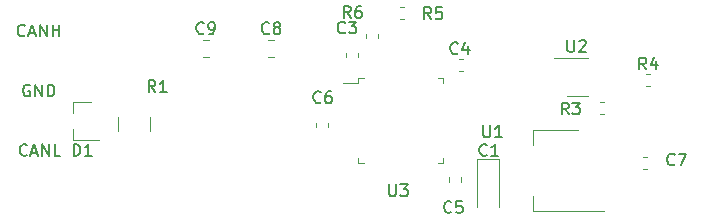
<source format=gbr>
G04 #@! TF.GenerationSoftware,KiCad,Pcbnew,6.0.5*
G04 #@! TF.CreationDate,2023-01-15T17:00:17+03:00*
G04 #@! TF.ProjectId,stm32,73746d33-322e-46b6-9963-61645f706362,rev?*
G04 #@! TF.SameCoordinates,Original*
G04 #@! TF.FileFunction,Legend,Top*
G04 #@! TF.FilePolarity,Positive*
%FSLAX46Y46*%
G04 Gerber Fmt 4.6, Leading zero omitted, Abs format (unit mm)*
G04 Created by KiCad (PCBNEW 6.0.5) date 2023-01-15 17:00:17*
%MOMM*%
%LPD*%
G01*
G04 APERTURE LIST*
%ADD10C,0.150000*%
%ADD11C,0.120000*%
G04 APERTURE END LIST*
D10*
X65989295Y-59647200D02*
X65894057Y-59599580D01*
X65751200Y-59599580D01*
X65608342Y-59647200D01*
X65513104Y-59742438D01*
X65465485Y-59837676D01*
X65417866Y-60028152D01*
X65417866Y-60171009D01*
X65465485Y-60361485D01*
X65513104Y-60456723D01*
X65608342Y-60551961D01*
X65751200Y-60599580D01*
X65846438Y-60599580D01*
X65989295Y-60551961D01*
X66036914Y-60504342D01*
X66036914Y-60171009D01*
X65846438Y-60171009D01*
X66465485Y-60599580D02*
X66465485Y-59599580D01*
X67036914Y-60599580D01*
X67036914Y-59599580D01*
X67513104Y-60599580D02*
X67513104Y-59599580D01*
X67751200Y-59599580D01*
X67894057Y-59647200D01*
X67989295Y-59742438D01*
X68036914Y-59837676D01*
X68084533Y-60028152D01*
X68084533Y-60171009D01*
X68036914Y-60361485D01*
X67989295Y-60456723D01*
X67894057Y-60551961D01*
X67751200Y-60599580D01*
X67513104Y-60599580D01*
X65584533Y-55424342D02*
X65536914Y-55471961D01*
X65394057Y-55519580D01*
X65298819Y-55519580D01*
X65155961Y-55471961D01*
X65060723Y-55376723D01*
X65013104Y-55281485D01*
X64965485Y-55091009D01*
X64965485Y-54948152D01*
X65013104Y-54757676D01*
X65060723Y-54662438D01*
X65155961Y-54567200D01*
X65298819Y-54519580D01*
X65394057Y-54519580D01*
X65536914Y-54567200D01*
X65584533Y-54614819D01*
X65965485Y-55233866D02*
X66441676Y-55233866D01*
X65870247Y-55519580D02*
X66203580Y-54519580D01*
X66536914Y-55519580D01*
X66870247Y-55519580D02*
X66870247Y-54519580D01*
X67441676Y-55519580D01*
X67441676Y-54519580D01*
X67917866Y-55519580D02*
X67917866Y-54519580D01*
X67917866Y-54995771D02*
X68489295Y-54995771D01*
X68489295Y-55519580D02*
X68489295Y-54519580D01*
X65754380Y-65533542D02*
X65706761Y-65581161D01*
X65563904Y-65628780D01*
X65468666Y-65628780D01*
X65325809Y-65581161D01*
X65230571Y-65485923D01*
X65182952Y-65390685D01*
X65135333Y-65200209D01*
X65135333Y-65057352D01*
X65182952Y-64866876D01*
X65230571Y-64771638D01*
X65325809Y-64676400D01*
X65468666Y-64628780D01*
X65563904Y-64628780D01*
X65706761Y-64676400D01*
X65754380Y-64724019D01*
X66135333Y-65343066D02*
X66611523Y-65343066D01*
X66040095Y-65628780D02*
X66373428Y-64628780D01*
X66706761Y-65628780D01*
X67040095Y-65628780D02*
X67040095Y-64628780D01*
X67611523Y-65628780D01*
X67611523Y-64628780D01*
X68563904Y-65628780D02*
X68087714Y-65628780D01*
X68087714Y-64628780D01*
X104684533Y-65533542D02*
X104636914Y-65581161D01*
X104494057Y-65628780D01*
X104398819Y-65628780D01*
X104255961Y-65581161D01*
X104160723Y-65485923D01*
X104113104Y-65390685D01*
X104065485Y-65200209D01*
X104065485Y-65057352D01*
X104113104Y-64866876D01*
X104160723Y-64771638D01*
X104255961Y-64676400D01*
X104398819Y-64628780D01*
X104494057Y-64628780D01*
X104636914Y-64676400D01*
X104684533Y-64724019D01*
X105636914Y-65628780D02*
X105065485Y-65628780D01*
X105351200Y-65628780D02*
X105351200Y-64628780D01*
X105255961Y-64771638D01*
X105160723Y-64866876D01*
X105065485Y-64914495D01*
X92695733Y-55170342D02*
X92648114Y-55217961D01*
X92505257Y-55265580D01*
X92410019Y-55265580D01*
X92267161Y-55217961D01*
X92171923Y-55122723D01*
X92124304Y-55027485D01*
X92076685Y-54837009D01*
X92076685Y-54694152D01*
X92124304Y-54503676D01*
X92171923Y-54408438D01*
X92267161Y-54313200D01*
X92410019Y-54265580D01*
X92505257Y-54265580D01*
X92648114Y-54313200D01*
X92695733Y-54360819D01*
X93029066Y-54265580D02*
X93648114Y-54265580D01*
X93314780Y-54646533D01*
X93457638Y-54646533D01*
X93552876Y-54694152D01*
X93600495Y-54741771D01*
X93648114Y-54837009D01*
X93648114Y-55075104D01*
X93600495Y-55170342D01*
X93552876Y-55217961D01*
X93457638Y-55265580D01*
X93171923Y-55265580D01*
X93076685Y-55217961D01*
X93029066Y-55170342D01*
X102230833Y-56922942D02*
X102183214Y-56970561D01*
X102040357Y-57018180D01*
X101945119Y-57018180D01*
X101802261Y-56970561D01*
X101707023Y-56875323D01*
X101659404Y-56780085D01*
X101611785Y-56589609D01*
X101611785Y-56446752D01*
X101659404Y-56256276D01*
X101707023Y-56161038D01*
X101802261Y-56065800D01*
X101945119Y-56018180D01*
X102040357Y-56018180D01*
X102183214Y-56065800D01*
X102230833Y-56113419D01*
X103087976Y-56351514D02*
X103087976Y-57018180D01*
X102849880Y-55970561D02*
X102611785Y-56684847D01*
X103230833Y-56684847D01*
X101687333Y-70359542D02*
X101639714Y-70407161D01*
X101496857Y-70454780D01*
X101401619Y-70454780D01*
X101258761Y-70407161D01*
X101163523Y-70311923D01*
X101115904Y-70216685D01*
X101068285Y-70026209D01*
X101068285Y-69883352D01*
X101115904Y-69692876D01*
X101163523Y-69597638D01*
X101258761Y-69502400D01*
X101401619Y-69454780D01*
X101496857Y-69454780D01*
X101639714Y-69502400D01*
X101687333Y-69550019D01*
X102592095Y-69454780D02*
X102115904Y-69454780D01*
X102068285Y-69930971D01*
X102115904Y-69883352D01*
X102211142Y-69835733D01*
X102449238Y-69835733D01*
X102544476Y-69883352D01*
X102592095Y-69930971D01*
X102639714Y-70026209D01*
X102639714Y-70264304D01*
X102592095Y-70359542D01*
X102544476Y-70407161D01*
X102449238Y-70454780D01*
X102211142Y-70454780D01*
X102115904Y-70407161D01*
X102068285Y-70359542D01*
X90625633Y-61064442D02*
X90578014Y-61112061D01*
X90435157Y-61159680D01*
X90339919Y-61159680D01*
X90197061Y-61112061D01*
X90101823Y-61016823D01*
X90054204Y-60921585D01*
X90006585Y-60731109D01*
X90006585Y-60588252D01*
X90054204Y-60397776D01*
X90101823Y-60302538D01*
X90197061Y-60207300D01*
X90339919Y-60159680D01*
X90435157Y-60159680D01*
X90578014Y-60207300D01*
X90625633Y-60254919D01*
X91482776Y-60159680D02*
X91292300Y-60159680D01*
X91197061Y-60207300D01*
X91149442Y-60254919D01*
X91054204Y-60397776D01*
X91006585Y-60588252D01*
X91006585Y-60969204D01*
X91054204Y-61064442D01*
X91101823Y-61112061D01*
X91197061Y-61159680D01*
X91387538Y-61159680D01*
X91482776Y-61112061D01*
X91530395Y-61064442D01*
X91578014Y-60969204D01*
X91578014Y-60731109D01*
X91530395Y-60635871D01*
X91482776Y-60588252D01*
X91387538Y-60540633D01*
X91197061Y-60540633D01*
X91101823Y-60588252D01*
X91054204Y-60635871D01*
X91006585Y-60731109D01*
X69699404Y-65624380D02*
X69699404Y-64624380D01*
X69937500Y-64624380D01*
X70080357Y-64672000D01*
X70175595Y-64767238D01*
X70223214Y-64862476D01*
X70270833Y-65052952D01*
X70270833Y-65195809D01*
X70223214Y-65386285D01*
X70175595Y-65481523D01*
X70080357Y-65576761D01*
X69937500Y-65624380D01*
X69699404Y-65624380D01*
X71223214Y-65624380D02*
X70651785Y-65624380D01*
X70937500Y-65624380D02*
X70937500Y-64624380D01*
X70842261Y-64767238D01*
X70747023Y-64862476D01*
X70651785Y-64910095D01*
X111604733Y-62123580D02*
X111271400Y-61647390D01*
X111033304Y-62123580D02*
X111033304Y-61123580D01*
X111414257Y-61123580D01*
X111509495Y-61171200D01*
X111557114Y-61218819D01*
X111604733Y-61314057D01*
X111604733Y-61456914D01*
X111557114Y-61552152D01*
X111509495Y-61599771D01*
X111414257Y-61647390D01*
X111033304Y-61647390D01*
X111938066Y-61123580D02*
X112557114Y-61123580D01*
X112223780Y-61504533D01*
X112366638Y-61504533D01*
X112461876Y-61552152D01*
X112509495Y-61599771D01*
X112557114Y-61695009D01*
X112557114Y-61933104D01*
X112509495Y-62028342D01*
X112461876Y-62075961D01*
X112366638Y-62123580D01*
X112080923Y-62123580D01*
X111985685Y-62075961D01*
X111938066Y-62028342D01*
X118185933Y-58300880D02*
X117852600Y-57824690D01*
X117614504Y-58300880D02*
X117614504Y-57300880D01*
X117995457Y-57300880D01*
X118090695Y-57348500D01*
X118138314Y-57396119D01*
X118185933Y-57491357D01*
X118185933Y-57634214D01*
X118138314Y-57729452D01*
X118090695Y-57777071D01*
X117995457Y-57824690D01*
X117614504Y-57824690D01*
X119043076Y-57634214D02*
X119043076Y-58300880D01*
X118804980Y-57253261D02*
X118566885Y-57967547D01*
X119185933Y-57967547D01*
X99971533Y-54046380D02*
X99638200Y-53570190D01*
X99400104Y-54046380D02*
X99400104Y-53046380D01*
X99781057Y-53046380D01*
X99876295Y-53094000D01*
X99923914Y-53141619D01*
X99971533Y-53236857D01*
X99971533Y-53379714D01*
X99923914Y-53474952D01*
X99876295Y-53522571D01*
X99781057Y-53570190D01*
X99400104Y-53570190D01*
X100876295Y-53046380D02*
X100400104Y-53046380D01*
X100352485Y-53522571D01*
X100400104Y-53474952D01*
X100495342Y-53427333D01*
X100733438Y-53427333D01*
X100828676Y-53474952D01*
X100876295Y-53522571D01*
X100923914Y-53617809D01*
X100923914Y-53855904D01*
X100876295Y-53951142D01*
X100828676Y-53998761D01*
X100733438Y-54046380D01*
X100495342Y-54046380D01*
X100400104Y-53998761D01*
X100352485Y-53951142D01*
X93152933Y-53944780D02*
X92819600Y-53468590D01*
X92581504Y-53944780D02*
X92581504Y-52944780D01*
X92962457Y-52944780D01*
X93057695Y-52992400D01*
X93105314Y-53040019D01*
X93152933Y-53135257D01*
X93152933Y-53278114D01*
X93105314Y-53373352D01*
X93057695Y-53420971D01*
X92962457Y-53468590D01*
X92581504Y-53468590D01*
X94010076Y-52944780D02*
X93819600Y-52944780D01*
X93724361Y-52992400D01*
X93676742Y-53040019D01*
X93581504Y-53182876D01*
X93533885Y-53373352D01*
X93533885Y-53754304D01*
X93581504Y-53849542D01*
X93629123Y-53897161D01*
X93724361Y-53944780D01*
X93914838Y-53944780D01*
X94010076Y-53897161D01*
X94057695Y-53849542D01*
X94105314Y-53754304D01*
X94105314Y-53516209D01*
X94057695Y-53420971D01*
X94010076Y-53373352D01*
X93914838Y-53325733D01*
X93724361Y-53325733D01*
X93629123Y-53373352D01*
X93581504Y-53420971D01*
X93533885Y-53516209D01*
X96418495Y-68032380D02*
X96418495Y-68841904D01*
X96466114Y-68937142D01*
X96513733Y-68984761D01*
X96608971Y-69032380D01*
X96799447Y-69032380D01*
X96894685Y-68984761D01*
X96942304Y-68937142D01*
X96989923Y-68841904D01*
X96989923Y-68032380D01*
X97370876Y-68032380D02*
X97989923Y-68032380D01*
X97656590Y-68413333D01*
X97799447Y-68413333D01*
X97894685Y-68460952D01*
X97942304Y-68508571D01*
X97989923Y-68603809D01*
X97989923Y-68841904D01*
X97942304Y-68937142D01*
X97894685Y-68984761D01*
X97799447Y-69032380D01*
X97513733Y-69032380D01*
X97418495Y-68984761D01*
X97370876Y-68937142D01*
X120584933Y-66346342D02*
X120537314Y-66393961D01*
X120394457Y-66441580D01*
X120299219Y-66441580D01*
X120156361Y-66393961D01*
X120061123Y-66298723D01*
X120013504Y-66203485D01*
X119965885Y-66013009D01*
X119965885Y-65870152D01*
X120013504Y-65679676D01*
X120061123Y-65584438D01*
X120156361Y-65489200D01*
X120299219Y-65441580D01*
X120394457Y-65441580D01*
X120537314Y-65489200D01*
X120584933Y-65536819D01*
X120918266Y-65441580D02*
X121584933Y-65441580D01*
X121156361Y-66441580D01*
X86265833Y-55222142D02*
X86218214Y-55269761D01*
X86075357Y-55317380D01*
X85980119Y-55317380D01*
X85837261Y-55269761D01*
X85742023Y-55174523D01*
X85694404Y-55079285D01*
X85646785Y-54888809D01*
X85646785Y-54745952D01*
X85694404Y-54555476D01*
X85742023Y-54460238D01*
X85837261Y-54365000D01*
X85980119Y-54317380D01*
X86075357Y-54317380D01*
X86218214Y-54365000D01*
X86265833Y-54412619D01*
X86837261Y-54745952D02*
X86742023Y-54698333D01*
X86694404Y-54650714D01*
X86646785Y-54555476D01*
X86646785Y-54507857D01*
X86694404Y-54412619D01*
X86742023Y-54365000D01*
X86837261Y-54317380D01*
X87027738Y-54317380D01*
X87122976Y-54365000D01*
X87170595Y-54412619D01*
X87218214Y-54507857D01*
X87218214Y-54555476D01*
X87170595Y-54650714D01*
X87122976Y-54698333D01*
X87027738Y-54745952D01*
X86837261Y-54745952D01*
X86742023Y-54793571D01*
X86694404Y-54841190D01*
X86646785Y-54936428D01*
X86646785Y-55126904D01*
X86694404Y-55222142D01*
X86742023Y-55269761D01*
X86837261Y-55317380D01*
X87027738Y-55317380D01*
X87122976Y-55269761D01*
X87170595Y-55222142D01*
X87218214Y-55126904D01*
X87218214Y-54936428D01*
X87170595Y-54841190D01*
X87122976Y-54793571D01*
X87027738Y-54745952D01*
X80723333Y-55222142D02*
X80675714Y-55269761D01*
X80532857Y-55317380D01*
X80437619Y-55317380D01*
X80294761Y-55269761D01*
X80199523Y-55174523D01*
X80151904Y-55079285D01*
X80104285Y-54888809D01*
X80104285Y-54745952D01*
X80151904Y-54555476D01*
X80199523Y-54460238D01*
X80294761Y-54365000D01*
X80437619Y-54317380D01*
X80532857Y-54317380D01*
X80675714Y-54365000D01*
X80723333Y-54412619D01*
X81199523Y-55317380D02*
X81390000Y-55317380D01*
X81485238Y-55269761D01*
X81532857Y-55222142D01*
X81628095Y-55079285D01*
X81675714Y-54888809D01*
X81675714Y-54507857D01*
X81628095Y-54412619D01*
X81580476Y-54365000D01*
X81485238Y-54317380D01*
X81294761Y-54317380D01*
X81199523Y-54365000D01*
X81151904Y-54412619D01*
X81104285Y-54507857D01*
X81104285Y-54745952D01*
X81151904Y-54841190D01*
X81199523Y-54888809D01*
X81294761Y-54936428D01*
X81485238Y-54936428D01*
X81580476Y-54888809D01*
X81628095Y-54841190D01*
X81675714Y-54745952D01*
X76630233Y-60218580D02*
X76296900Y-59742390D01*
X76058804Y-60218580D02*
X76058804Y-59218580D01*
X76439757Y-59218580D01*
X76534995Y-59266200D01*
X76582614Y-59313819D01*
X76630233Y-59409057D01*
X76630233Y-59551914D01*
X76582614Y-59647152D01*
X76534995Y-59694771D01*
X76439757Y-59742390D01*
X76058804Y-59742390D01*
X77582614Y-60218580D02*
X77011185Y-60218580D01*
X77296900Y-60218580D02*
X77296900Y-59218580D01*
X77201661Y-59361438D01*
X77106423Y-59456676D01*
X77011185Y-59504295D01*
X104394095Y-63053980D02*
X104394095Y-63863504D01*
X104441714Y-63958742D01*
X104489333Y-64006361D01*
X104584571Y-64053980D01*
X104775047Y-64053980D01*
X104870285Y-64006361D01*
X104917904Y-63958742D01*
X104965523Y-63863504D01*
X104965523Y-63053980D01*
X105965523Y-64053980D02*
X105394095Y-64053980D01*
X105679809Y-64053980D02*
X105679809Y-63053980D01*
X105584571Y-63196838D01*
X105489333Y-63292076D01*
X105394095Y-63339695D01*
X111506095Y-55814980D02*
X111506095Y-56624504D01*
X111553714Y-56719742D01*
X111601333Y-56767361D01*
X111696571Y-56814980D01*
X111887047Y-56814980D01*
X111982285Y-56767361D01*
X112029904Y-56719742D01*
X112077523Y-56624504D01*
X112077523Y-55814980D01*
X112506095Y-55910219D02*
X112553714Y-55862600D01*
X112648952Y-55814980D01*
X112887047Y-55814980D01*
X112982285Y-55862600D01*
X113029904Y-55910219D01*
X113077523Y-56005457D01*
X113077523Y-56100695D01*
X113029904Y-56243552D01*
X112458476Y-56814980D01*
X113077523Y-56814980D01*
D11*
X105735400Y-65856100D02*
X103865400Y-65856100D01*
X103865400Y-65856100D02*
X103865400Y-69941100D01*
X105735400Y-69941100D02*
X105735400Y-65856100D01*
X92758800Y-56916533D02*
X92758800Y-57259067D01*
X93778800Y-56916533D02*
X93778800Y-57259067D01*
X102646267Y-58472800D02*
X102303733Y-58472800D01*
X102646267Y-57452800D02*
X102303733Y-57452800D01*
X101445600Y-67797467D02*
X101445600Y-67454933D01*
X102465600Y-67797467D02*
X102465600Y-67454933D01*
X90218800Y-62871533D02*
X90218800Y-63214067D01*
X91238800Y-62871533D02*
X91238800Y-63214067D01*
X69677500Y-61092000D02*
X69677500Y-62022000D01*
X69677500Y-61092000D02*
X71137500Y-61092000D01*
X69677500Y-64252000D02*
X71837500Y-64252000D01*
X69677500Y-64252000D02*
X69677500Y-63322000D01*
X114572867Y-62079600D02*
X114230333Y-62079600D01*
X114572867Y-61059600D02*
X114230333Y-61059600D01*
X118523867Y-58672000D02*
X118181333Y-58672000D01*
X118523867Y-59692000D02*
X118181333Y-59692000D01*
X97707267Y-54053200D02*
X97364733Y-54053200D01*
X97707267Y-53033200D02*
X97364733Y-53033200D01*
X94435200Y-55656267D02*
X94435200Y-55313733D01*
X95455200Y-55656267D02*
X95455200Y-55313733D01*
X94249000Y-59001000D02*
X93799000Y-59001000D01*
X101019000Y-59001000D02*
X101019000Y-59451000D01*
X93799000Y-59001000D02*
X93799000Y-59451000D01*
X101019000Y-66221000D02*
X101019000Y-65771000D01*
X94249000Y-66221000D02*
X93799000Y-66221000D01*
X100569000Y-66221000D02*
X101019000Y-66221000D01*
X100569000Y-59001000D02*
X101019000Y-59001000D01*
X93799000Y-59451000D02*
X92509000Y-59451000D01*
X93799000Y-66221000D02*
X93799000Y-65771000D01*
X117899333Y-65733200D02*
X118241867Y-65733200D01*
X117899333Y-66753200D02*
X118241867Y-66753200D01*
X86171248Y-57225000D02*
X86693752Y-57225000D01*
X86171248Y-55805000D02*
X86693752Y-55805000D01*
X80628748Y-55805000D02*
X81151252Y-55805000D01*
X80628748Y-57225000D02*
X81151252Y-57225000D01*
X73468400Y-62302636D02*
X73468400Y-63506764D01*
X76188400Y-62302636D02*
X76188400Y-63506764D01*
X112390400Y-63456800D02*
X108630400Y-63456800D01*
X114640400Y-70276800D02*
X108630400Y-70276800D01*
X108630400Y-63456800D02*
X108630400Y-64716800D01*
X108630400Y-70276800D02*
X108630400Y-69016800D01*
X113291200Y-57318000D02*
X110341200Y-57318000D01*
X111491200Y-60538000D02*
X113291200Y-60538000D01*
M02*

</source>
